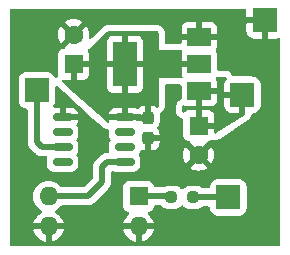
<source format=gbr>
%TF.GenerationSoftware,KiCad,Pcbnew,(6.0.10)*%
%TF.CreationDate,2023-01-20T09:05:44-05:00*%
%TF.ProjectId,soft_pump_start,736f6674-5f70-4756-9d70-5f7374617274,rev?*%
%TF.SameCoordinates,PX8722ba0PY337f980*%
%TF.FileFunction,Copper,L2,Bot*%
%TF.FilePolarity,Positive*%
%FSLAX46Y46*%
G04 Gerber Fmt 4.6, Leading zero omitted, Abs format (unit mm)*
G04 Created by KiCad (PCBNEW (6.0.10)) date 2023-01-20 09:05:44*
%MOMM*%
%LPD*%
G01*
G04 APERTURE LIST*
G04 Aperture macros list*
%AMRoundRect*
0 Rectangle with rounded corners*
0 $1 Rounding radius*
0 $2 $3 $4 $5 $6 $7 $8 $9 X,Y pos of 4 corners*
0 Add a 4 corners polygon primitive as box body*
4,1,4,$2,$3,$4,$5,$6,$7,$8,$9,$2,$3,0*
0 Add four circle primitives for the rounded corners*
1,1,$1+$1,$2,$3*
1,1,$1+$1,$4,$5*
1,1,$1+$1,$6,$7*
1,1,$1+$1,$8,$9*
0 Add four rect primitives between the rounded corners*
20,1,$1+$1,$2,$3,$4,$5,0*
20,1,$1+$1,$4,$5,$6,$7,0*
20,1,$1+$1,$6,$7,$8,$9,0*
20,1,$1+$1,$8,$9,$2,$3,0*%
G04 Aperture macros list end*
%TA.AperFunction,SMDPad,CuDef*%
%ADD10RoundRect,0.150000X0.675000X0.150000X-0.675000X0.150000X-0.675000X-0.150000X0.675000X-0.150000X0*%
%TD*%
%TA.AperFunction,ComponentPad*%
%ADD11R,1.600000X1.600000*%
%TD*%
%TA.AperFunction,ComponentPad*%
%ADD12O,1.600000X1.600000*%
%TD*%
%TA.AperFunction,SMDPad,CuDef*%
%ADD13R,2.000000X1.500000*%
%TD*%
%TA.AperFunction,SMDPad,CuDef*%
%ADD14R,2.000000X3.800000*%
%TD*%
%TA.AperFunction,SMDPad,CuDef*%
%ADD15RoundRect,0.237500X0.250000X0.237500X-0.250000X0.237500X-0.250000X-0.237500X0.250000X-0.237500X0*%
%TD*%
%TA.AperFunction,ComponentPad*%
%ADD16RoundRect,0.250001X-0.799999X-0.799999X0.799999X-0.799999X0.799999X0.799999X-0.799999X0.799999X0*%
%TD*%
%TA.AperFunction,SMDPad,CuDef*%
%ADD17RoundRect,0.237500X-0.237500X0.300000X-0.237500X-0.300000X0.237500X-0.300000X0.237500X0.300000X0*%
%TD*%
%TA.AperFunction,ComponentPad*%
%ADD18C,1.600000*%
%TD*%
%TA.AperFunction,Conductor*%
%ADD19C,0.500000*%
%TD*%
G04 APERTURE END LIST*
D10*
%TO.P,U3,1,VDD*%
%TO.N,+5V*%
X11225000Y-10695000D03*
%TO.P,U3,2,PA7*%
%TO.N,unconnected-(U3-Pad2)*%
X11225000Y-11965000D03*
%TO.P,U3,3,PA6*%
%TO.N,unconnected-(U3-Pad3)*%
X11225000Y-13235000D03*
%TO.P,U3,4,PA5*%
%TO.N,/INPUT*%
X11225000Y-14505000D03*
%TO.P,U3,5,PA3*%
%TO.N,unconnected-(U3-Pad5)*%
X5975000Y-14505000D03*
%TO.P,U3,6,PA4*%
%TO.N,/PWM_OUT*%
X5975000Y-13235000D03*
%TO.P,U3,7,PA0*%
%TO.N,unconnected-(U3-Pad7)*%
X5975000Y-11965000D03*
%TO.P,U3,8,GND*%
%TO.N,GND*%
X5975000Y-10695000D03*
%TD*%
D11*
%TO.P,U2,1*%
%TO.N,Net-(R1-Pad2)*%
X12400000Y-17400000D03*
D12*
%TO.P,U2,2*%
%TO.N,GND*%
X12400000Y-19940000D03*
%TO.P,U2,3*%
X4780000Y-19940000D03*
%TO.P,U2,4*%
%TO.N,/INPUT*%
X4780000Y-17400000D03*
%TD*%
D13*
%TO.P,U1,1,GND*%
%TO.N,GND*%
X17550000Y-3900000D03*
D14*
%TO.P,U1,2,VO*%
%TO.N,+5V*%
X11250000Y-6200000D03*
D13*
X17550000Y-6200000D03*
%TO.P,U1,3,VI*%
%TO.N,+12V*%
X17550000Y-8500000D03*
%TD*%
D15*
%TO.P,R1,1*%
%TO.N,Net-(J3-Pad1)*%
X17012500Y-17475000D03*
%TO.P,R1,2*%
%TO.N,Net-(R1-Pad2)*%
X15187500Y-17475000D03*
%TD*%
D16*
%TO.P,J4,1,Pin_1*%
%TO.N,/PWM_OUT*%
X3800000Y-8400000D03*
%TD*%
%TO.P,J3,1,Pin_1*%
%TO.N,Net-(J3-Pad1)*%
X20000000Y-17475000D03*
%TD*%
%TO.P,J2,1,Pin_1*%
%TO.N,GND*%
X23100000Y-2500000D03*
%TD*%
%TO.P,J1,1,Pin_1*%
%TO.N,+12V*%
X21200000Y-8800000D03*
%TD*%
D17*
%TO.P,C3,1*%
%TO.N,+5V*%
X13200000Y-10737500D03*
%TO.P,C3,2*%
%TO.N,GND*%
X13200000Y-12462500D03*
%TD*%
D11*
%TO.P,C2,1*%
%TO.N,+5V*%
X6900000Y-6200000D03*
D18*
%TO.P,C2,2*%
%TO.N,GND*%
X6900000Y-3700000D03*
%TD*%
D11*
%TO.P,C1,1*%
%TO.N,+12V*%
X17500000Y-11394887D03*
D18*
%TO.P,C1,2*%
%TO.N,GND*%
X17500000Y-13894887D03*
%TD*%
D19*
%TO.N,/PWM_OUT*%
X4235000Y-13235000D02*
X3800000Y-12800000D01*
X5975000Y-13235000D02*
X4235000Y-13235000D01*
X3800000Y-12800000D02*
X3800000Y-8400000D01*
%TO.N,/INPUT*%
X4780000Y-17400000D02*
X8100000Y-17400000D01*
X8100000Y-17400000D02*
X9300000Y-16200000D01*
X9300000Y-16200000D02*
X9300000Y-14900000D01*
X9300000Y-14900000D02*
X9695000Y-14505000D01*
X9695000Y-14505000D02*
X11225000Y-14505000D01*
%TO.N,Net-(J3-Pad1)*%
X17012500Y-17475000D02*
X20000000Y-17475000D01*
%TO.N,Net-(R1-Pad2)*%
X12400000Y-17400000D02*
X15112500Y-17400000D01*
X15112500Y-17400000D02*
X15187500Y-17475000D01*
%TD*%
%TA.AperFunction,Conductor*%
%TO.N,GND*%
G36*
X21485012Y-1528502D02*
G01*
X21531505Y-1582158D01*
X21541552Y-1643176D01*
X21542492Y-1643224D01*
X21542000Y-1652856D01*
X21542000Y-2227885D01*
X21546475Y-2243124D01*
X21547865Y-2244329D01*
X21555548Y-2246000D01*
X23228000Y-2246000D01*
X23296121Y-2266002D01*
X23342614Y-2319658D01*
X23354000Y-2372000D01*
X23354000Y-4039885D01*
X23358475Y-4055124D01*
X23359865Y-4056329D01*
X23367548Y-4058000D01*
X23947096Y-4058000D01*
X23953611Y-4057663D01*
X24049203Y-4047744D01*
X24062602Y-4044850D01*
X24223731Y-3991094D01*
X24224601Y-3993703D01*
X24282210Y-3984844D01*
X24347076Y-4013703D01*
X24386043Y-4073051D01*
X24391500Y-4109731D01*
X24391500Y-21465500D01*
X24371498Y-21533621D01*
X24317842Y-21580114D01*
X24265500Y-21591500D01*
X1634500Y-21591500D01*
X1566379Y-21571498D01*
X1519886Y-21517842D01*
X1508500Y-21465500D01*
X1508500Y-20206522D01*
X3497273Y-20206522D01*
X3544764Y-20383761D01*
X3548510Y-20394053D01*
X3640586Y-20591511D01*
X3646069Y-20601007D01*
X3771028Y-20779467D01*
X3778084Y-20787875D01*
X3932125Y-20941916D01*
X3940533Y-20948972D01*
X4118993Y-21073931D01*
X4128489Y-21079414D01*
X4325947Y-21171490D01*
X4336239Y-21175236D01*
X4508503Y-21221394D01*
X4522599Y-21221058D01*
X4526000Y-21213116D01*
X4526000Y-21207967D01*
X5034000Y-21207967D01*
X5037973Y-21221498D01*
X5046522Y-21222727D01*
X5223761Y-21175236D01*
X5234053Y-21171490D01*
X5431511Y-21079414D01*
X5441007Y-21073931D01*
X5619467Y-20948972D01*
X5627875Y-20941916D01*
X5781916Y-20787875D01*
X5788972Y-20779467D01*
X5913931Y-20601007D01*
X5919414Y-20591511D01*
X6011490Y-20394053D01*
X6015236Y-20383761D01*
X6061394Y-20211497D01*
X6061275Y-20206522D01*
X11117273Y-20206522D01*
X11164764Y-20383761D01*
X11168510Y-20394053D01*
X11260586Y-20591511D01*
X11266069Y-20601007D01*
X11391028Y-20779467D01*
X11398084Y-20787875D01*
X11552125Y-20941916D01*
X11560533Y-20948972D01*
X11738993Y-21073931D01*
X11748489Y-21079414D01*
X11945947Y-21171490D01*
X11956239Y-21175236D01*
X12128503Y-21221394D01*
X12142599Y-21221058D01*
X12146000Y-21213116D01*
X12146000Y-21207967D01*
X12654000Y-21207967D01*
X12657973Y-21221498D01*
X12666522Y-21222727D01*
X12843761Y-21175236D01*
X12854053Y-21171490D01*
X13051511Y-21079414D01*
X13061007Y-21073931D01*
X13239467Y-20948972D01*
X13247875Y-20941916D01*
X13401916Y-20787875D01*
X13408972Y-20779467D01*
X13533931Y-20601007D01*
X13539414Y-20591511D01*
X13631490Y-20394053D01*
X13635236Y-20383761D01*
X13681394Y-20211497D01*
X13681058Y-20197401D01*
X13673116Y-20194000D01*
X12672115Y-20194000D01*
X12656876Y-20198475D01*
X12655671Y-20199865D01*
X12654000Y-20207548D01*
X12654000Y-21207967D01*
X12146000Y-21207967D01*
X12146000Y-20212115D01*
X12141525Y-20196876D01*
X12140135Y-20195671D01*
X12132452Y-20194000D01*
X11132033Y-20194000D01*
X11118502Y-20197973D01*
X11117273Y-20206522D01*
X6061275Y-20206522D01*
X6061058Y-20197401D01*
X6053116Y-20194000D01*
X5052115Y-20194000D01*
X5036876Y-20198475D01*
X5035671Y-20199865D01*
X5034000Y-20207548D01*
X5034000Y-21207967D01*
X4526000Y-21207967D01*
X4526000Y-20212115D01*
X4521525Y-20196876D01*
X4520135Y-20195671D01*
X4512452Y-20194000D01*
X3512033Y-20194000D01*
X3498502Y-20197973D01*
X3497273Y-20206522D01*
X1508500Y-20206522D01*
X1508500Y-9250400D01*
X2241500Y-9250400D01*
X2241837Y-9253646D01*
X2241837Y-9253650D01*
X2246623Y-9299771D01*
X2252474Y-9356165D01*
X2308450Y-9523945D01*
X2401522Y-9674348D01*
X2526697Y-9799305D01*
X2532927Y-9803145D01*
X2532928Y-9803146D01*
X2668966Y-9887001D01*
X2677262Y-9892115D01*
X2702687Y-9900548D01*
X2838611Y-9945632D01*
X2838613Y-9945632D01*
X2845139Y-9947797D01*
X2851975Y-9948497D01*
X2851978Y-9948498D01*
X2928343Y-9956322D01*
X2994070Y-9983163D01*
X3034852Y-10041278D01*
X3041500Y-10081666D01*
X3041500Y-12732930D01*
X3040067Y-12751880D01*
X3036801Y-12773349D01*
X3037394Y-12780641D01*
X3037394Y-12780644D01*
X3041085Y-12826018D01*
X3041500Y-12836233D01*
X3041500Y-12844293D01*
X3041925Y-12847937D01*
X3044789Y-12872507D01*
X3045222Y-12876882D01*
X3048830Y-12921234D01*
X3051140Y-12949637D01*
X3053396Y-12956601D01*
X3054587Y-12962560D01*
X3055971Y-12968415D01*
X3056818Y-12975681D01*
X3081735Y-13044327D01*
X3083152Y-13048455D01*
X3095295Y-13085937D01*
X3105649Y-13117899D01*
X3109445Y-13124154D01*
X3111951Y-13129628D01*
X3114670Y-13135058D01*
X3117167Y-13141937D01*
X3121180Y-13148057D01*
X3121180Y-13148058D01*
X3157186Y-13202976D01*
X3159523Y-13206680D01*
X3197405Y-13269107D01*
X3201121Y-13273315D01*
X3201122Y-13273316D01*
X3204803Y-13277484D01*
X3204776Y-13277508D01*
X3207429Y-13280500D01*
X3210132Y-13283733D01*
X3214144Y-13289852D01*
X3219456Y-13294884D01*
X3270383Y-13343128D01*
X3272825Y-13345506D01*
X3651230Y-13723911D01*
X3663616Y-13738323D01*
X3672149Y-13749918D01*
X3672154Y-13749923D01*
X3676492Y-13755818D01*
X3682070Y-13760557D01*
X3682073Y-13760560D01*
X3716768Y-13790035D01*
X3724284Y-13796965D01*
X3729979Y-13802660D01*
X3732861Y-13804940D01*
X3752251Y-13820281D01*
X3755655Y-13823072D01*
X3804452Y-13864528D01*
X3811285Y-13870333D01*
X3817801Y-13873661D01*
X3822850Y-13877028D01*
X3827979Y-13880195D01*
X3833716Y-13884734D01*
X3899875Y-13915655D01*
X3903769Y-13917558D01*
X3968808Y-13950769D01*
X3975916Y-13952508D01*
X3981559Y-13954607D01*
X3987322Y-13956524D01*
X3993950Y-13959622D01*
X4001112Y-13961112D01*
X4001113Y-13961112D01*
X4065412Y-13974486D01*
X4069696Y-13975456D01*
X4140610Y-13992808D01*
X4146212Y-13993156D01*
X4146215Y-13993156D01*
X4151764Y-13993500D01*
X4151762Y-13993536D01*
X4155755Y-13993775D01*
X4159947Y-13994149D01*
X4167115Y-13995640D01*
X4244520Y-13993546D01*
X4247928Y-13993500D01*
X4551481Y-13993500D01*
X4619602Y-14013502D01*
X4666095Y-14067158D01*
X4676199Y-14137432D01*
X4672478Y-14154652D01*
X4646233Y-14244989D01*
X4646232Y-14244993D01*
X4644438Y-14251169D01*
X4643934Y-14257574D01*
X4643933Y-14257579D01*
X4643199Y-14266909D01*
X4641500Y-14288498D01*
X4641500Y-14721502D01*
X4641693Y-14723950D01*
X4641693Y-14723958D01*
X4642539Y-14734701D01*
X4644438Y-14758831D01*
X4690855Y-14918601D01*
X4694892Y-14925427D01*
X4771509Y-15054980D01*
X4771511Y-15054983D01*
X4775547Y-15061807D01*
X4893193Y-15179453D01*
X4900017Y-15183489D01*
X4900020Y-15183491D01*
X4940455Y-15207404D01*
X5036399Y-15264145D01*
X5044010Y-15266356D01*
X5044012Y-15266357D01*
X5051399Y-15268503D01*
X5196169Y-15310562D01*
X5202574Y-15311066D01*
X5202579Y-15311067D01*
X5231042Y-15313307D01*
X5231050Y-15313307D01*
X5233498Y-15313500D01*
X6716502Y-15313500D01*
X6718950Y-15313307D01*
X6718958Y-15313307D01*
X6747421Y-15311067D01*
X6747426Y-15311066D01*
X6753831Y-15310562D01*
X6898601Y-15268503D01*
X6905988Y-15266357D01*
X6905990Y-15266356D01*
X6913601Y-15264145D01*
X7009545Y-15207404D01*
X7049980Y-15183491D01*
X7049983Y-15183489D01*
X7056807Y-15179453D01*
X7174453Y-15061807D01*
X7178489Y-15054983D01*
X7178491Y-15054980D01*
X7255108Y-14925427D01*
X7259145Y-14918601D01*
X7305562Y-14758831D01*
X7307462Y-14734701D01*
X7308307Y-14723958D01*
X7308307Y-14723950D01*
X7308500Y-14721502D01*
X7308500Y-14288498D01*
X7306801Y-14266909D01*
X7306067Y-14257579D01*
X7306066Y-14257574D01*
X7305562Y-14251169D01*
X7259145Y-14091399D01*
X7174453Y-13948193D01*
X7171771Y-13945511D01*
X7146498Y-13881139D01*
X7160400Y-13811516D01*
X7170572Y-13795688D01*
X7174453Y-13791807D01*
X7259145Y-13648601D01*
X7261358Y-13640986D01*
X7276528Y-13588769D01*
X7305562Y-13488831D01*
X7308165Y-13455767D01*
X7308307Y-13453958D01*
X7308307Y-13453950D01*
X7308500Y-13451502D01*
X7308500Y-13018498D01*
X7305562Y-12981169D01*
X7259145Y-12821399D01*
X7174453Y-12678193D01*
X7171771Y-12675511D01*
X7146498Y-12611139D01*
X7160400Y-12541516D01*
X7170572Y-12525688D01*
X7174453Y-12521807D01*
X7259145Y-12378601D01*
X7305562Y-12218831D01*
X7306376Y-12208500D01*
X7308307Y-12183958D01*
X7308307Y-12183950D01*
X7308500Y-12181502D01*
X7308500Y-11748498D01*
X7308307Y-11746042D01*
X7306067Y-11717579D01*
X7306066Y-11717574D01*
X7305562Y-11711169D01*
X7274739Y-11605075D01*
X7261357Y-11559012D01*
X7261356Y-11559010D01*
X7259145Y-11551399D01*
X7174453Y-11408193D01*
X7171513Y-11405253D01*
X7146180Y-11340734D01*
X7160079Y-11271111D01*
X7172126Y-11252364D01*
X7178090Y-11244676D01*
X7254648Y-11115221D01*
X7260893Y-11100790D01*
X7299939Y-10966395D01*
X7299899Y-10952294D01*
X7292630Y-10949000D01*
X5847000Y-10949000D01*
X5778879Y-10928998D01*
X5732386Y-10875342D01*
X5721000Y-10823000D01*
X5721000Y-10422885D01*
X6229000Y-10422885D01*
X6233475Y-10438124D01*
X6234865Y-10439329D01*
X6242548Y-10441000D01*
X7286878Y-10441000D01*
X7300409Y-10437027D01*
X7301544Y-10429129D01*
X7260893Y-10289210D01*
X7254648Y-10274779D01*
X7178089Y-10145322D01*
X7168449Y-10132896D01*
X7062104Y-10026551D01*
X7049678Y-10016911D01*
X6920221Y-9940352D01*
X6905790Y-9934107D01*
X6759935Y-9891731D01*
X6747333Y-9889430D01*
X6718916Y-9887193D01*
X6713986Y-9887000D01*
X6247115Y-9887000D01*
X6231876Y-9891475D01*
X6230671Y-9892865D01*
X6229000Y-9900548D01*
X6229000Y-10422885D01*
X5721000Y-10422885D01*
X5721000Y-9905116D01*
X5716525Y-9889877D01*
X5715135Y-9888672D01*
X5707452Y-9887001D01*
X5289520Y-9887001D01*
X5221399Y-9866999D01*
X5174906Y-9813343D01*
X5164802Y-9743069D01*
X5190639Y-9682907D01*
X5194129Y-9678488D01*
X5199305Y-9673303D01*
X5292115Y-9522738D01*
X5347797Y-9354861D01*
X5348980Y-9343320D01*
X5358172Y-9253598D01*
X5358500Y-9250400D01*
X5358500Y-8158439D01*
X5378502Y-8090318D01*
X5432158Y-8043825D01*
X5502432Y-8033721D01*
X5567012Y-8063215D01*
X5581467Y-8077982D01*
X5595171Y-8094500D01*
X5605608Y-8107080D01*
X6068015Y-8525448D01*
X8586839Y-10804384D01*
X9357549Y-11501693D01*
X9359428Y-11503149D01*
X9359437Y-11503157D01*
X9391153Y-11527740D01*
X9419226Y-11549500D01*
X9451093Y-11570530D01*
X9453188Y-11571694D01*
X9453189Y-11571695D01*
X9513246Y-11605075D01*
X9513249Y-11605076D01*
X9519285Y-11608431D01*
X9659404Y-11650007D01*
X9663845Y-11650658D01*
X9663852Y-11650660D01*
X9715749Y-11658272D01*
X9729649Y-11660311D01*
X9734149Y-11660324D01*
X9734152Y-11660324D01*
X9758109Y-11660392D01*
X9765858Y-11660414D01*
X9833922Y-11680609D01*
X9880262Y-11734397D01*
X9891500Y-11786413D01*
X9891500Y-12181502D01*
X9891693Y-12183950D01*
X9891693Y-12183958D01*
X9893625Y-12208500D01*
X9894438Y-12218831D01*
X9940855Y-12378601D01*
X10025547Y-12521807D01*
X10028229Y-12524489D01*
X10053502Y-12588861D01*
X10039600Y-12658484D01*
X10029428Y-12674312D01*
X10025547Y-12678193D01*
X9940855Y-12821399D01*
X9894438Y-12981169D01*
X9891500Y-13018498D01*
X9891500Y-13451502D01*
X9891693Y-13453950D01*
X9891693Y-13453958D01*
X9891836Y-13455767D01*
X9894438Y-13488831D01*
X9896232Y-13495007D01*
X9896233Y-13495011D01*
X9922478Y-13585348D01*
X9922275Y-13656344D01*
X9883721Y-13715960D01*
X9819056Y-13745268D01*
X9801481Y-13746500D01*
X9762063Y-13746500D01*
X9743114Y-13745067D01*
X9742907Y-13745036D01*
X9721651Y-13741802D01*
X9714359Y-13742395D01*
X9714356Y-13742395D01*
X9668991Y-13746085D01*
X9658777Y-13746500D01*
X9650707Y-13746500D01*
X9647087Y-13746922D01*
X9647069Y-13746923D01*
X9622461Y-13749792D01*
X9618100Y-13750224D01*
X9592981Y-13752267D01*
X9552661Y-13755546D01*
X9552658Y-13755547D01*
X9545363Y-13756140D01*
X9538399Y-13758396D01*
X9532440Y-13759587D01*
X9526585Y-13760971D01*
X9519319Y-13761818D01*
X9450673Y-13786735D01*
X9446545Y-13788152D01*
X9384064Y-13808393D01*
X9384062Y-13808394D01*
X9377101Y-13810649D01*
X9370846Y-13814445D01*
X9365372Y-13816951D01*
X9359942Y-13819670D01*
X9353063Y-13822167D01*
X9292016Y-13862191D01*
X9288327Y-13864518D01*
X9286560Y-13865591D01*
X9230693Y-13899491D01*
X9230688Y-13899495D01*
X9225892Y-13902405D01*
X9217516Y-13909803D01*
X9217493Y-13909777D01*
X9214503Y-13912426D01*
X9211264Y-13915134D01*
X9205148Y-13919144D01*
X9200121Y-13924451D01*
X9200117Y-13924454D01*
X9151872Y-13975383D01*
X9149494Y-13977825D01*
X8811089Y-14316230D01*
X8796677Y-14328616D01*
X8785082Y-14337149D01*
X8785077Y-14337154D01*
X8779182Y-14341492D01*
X8774443Y-14347070D01*
X8774440Y-14347073D01*
X8744965Y-14381768D01*
X8738035Y-14389284D01*
X8732340Y-14394979D01*
X8730060Y-14397861D01*
X8714719Y-14417251D01*
X8711928Y-14420655D01*
X8669409Y-14470703D01*
X8664667Y-14476285D01*
X8661339Y-14482801D01*
X8657972Y-14487850D01*
X8654805Y-14492979D01*
X8650266Y-14498716D01*
X8619345Y-14564875D01*
X8617442Y-14568769D01*
X8584231Y-14633808D01*
X8582492Y-14640916D01*
X8580393Y-14646559D01*
X8578476Y-14652322D01*
X8575378Y-14658950D01*
X8573888Y-14666112D01*
X8573888Y-14666113D01*
X8560514Y-14730412D01*
X8559544Y-14734696D01*
X8542192Y-14805610D01*
X8541500Y-14816764D01*
X8541464Y-14816762D01*
X8541225Y-14820755D01*
X8540851Y-14824947D01*
X8539360Y-14832115D01*
X8539558Y-14839432D01*
X8541454Y-14909521D01*
X8541500Y-14912928D01*
X8541500Y-15833629D01*
X8521498Y-15901750D01*
X8504595Y-15922724D01*
X7822724Y-16604595D01*
X7760412Y-16638621D01*
X7733629Y-16641500D01*
X5911867Y-16641500D01*
X5843746Y-16621498D01*
X5808655Y-16587772D01*
X5786198Y-16555700D01*
X5624300Y-16393802D01*
X5619792Y-16390645D01*
X5619789Y-16390643D01*
X5482325Y-16294390D01*
X5436749Y-16262477D01*
X5431767Y-16260154D01*
X5431762Y-16260151D01*
X5234225Y-16168039D01*
X5234224Y-16168039D01*
X5229243Y-16165716D01*
X5223935Y-16164294D01*
X5223933Y-16164293D01*
X5013402Y-16107881D01*
X5013400Y-16107881D01*
X5008087Y-16106457D01*
X4780000Y-16086502D01*
X4551913Y-16106457D01*
X4546600Y-16107881D01*
X4546598Y-16107881D01*
X4336067Y-16164293D01*
X4336065Y-16164294D01*
X4330757Y-16165716D01*
X4325776Y-16168039D01*
X4325775Y-16168039D01*
X4128238Y-16260151D01*
X4128233Y-16260154D01*
X4123251Y-16262477D01*
X4077675Y-16294390D01*
X3940211Y-16390643D01*
X3940208Y-16390645D01*
X3935700Y-16393802D01*
X3773802Y-16555700D01*
X3770645Y-16560208D01*
X3770643Y-16560211D01*
X3723271Y-16627866D01*
X3642477Y-16743251D01*
X3640154Y-16748233D01*
X3640151Y-16748238D01*
X3573836Y-16890452D01*
X3545716Y-16950757D01*
X3486457Y-17171913D01*
X3466502Y-17400000D01*
X3486457Y-17628087D01*
X3545716Y-17849243D01*
X3548039Y-17854224D01*
X3548039Y-17854225D01*
X3640151Y-18051762D01*
X3640154Y-18051767D01*
X3642477Y-18056749D01*
X3711421Y-18155211D01*
X3766240Y-18233500D01*
X3773802Y-18244300D01*
X3935700Y-18406198D01*
X3940208Y-18409355D01*
X3940211Y-18409357D01*
X3981542Y-18438297D01*
X4123251Y-18537523D01*
X4128233Y-18539846D01*
X4128238Y-18539849D01*
X4163049Y-18556081D01*
X4216334Y-18602998D01*
X4235795Y-18671275D01*
X4215253Y-18739235D01*
X4163049Y-18784471D01*
X4128489Y-18800586D01*
X4118993Y-18806069D01*
X3940533Y-18931028D01*
X3932125Y-18938084D01*
X3778084Y-19092125D01*
X3771028Y-19100533D01*
X3646069Y-19278993D01*
X3640586Y-19288489D01*
X3548510Y-19485947D01*
X3544764Y-19496239D01*
X3498606Y-19668503D01*
X3498942Y-19682599D01*
X3506884Y-19686000D01*
X6047967Y-19686000D01*
X6061498Y-19682027D01*
X6062727Y-19673478D01*
X6015236Y-19496239D01*
X6011490Y-19485947D01*
X5919414Y-19288489D01*
X5913931Y-19278993D01*
X5788972Y-19100533D01*
X5781916Y-19092125D01*
X5627875Y-18938084D01*
X5619467Y-18931028D01*
X5441007Y-18806069D01*
X5431511Y-18800586D01*
X5396951Y-18784471D01*
X5343666Y-18737554D01*
X5324205Y-18669277D01*
X5344747Y-18601317D01*
X5396951Y-18556081D01*
X5431762Y-18539849D01*
X5431767Y-18539846D01*
X5436749Y-18537523D01*
X5578458Y-18438297D01*
X5619789Y-18409357D01*
X5619792Y-18409355D01*
X5624300Y-18406198D01*
X5782364Y-18248134D01*
X11091500Y-18248134D01*
X11098255Y-18310316D01*
X11149385Y-18446705D01*
X11236739Y-18563261D01*
X11353295Y-18650615D01*
X11489684Y-18701745D01*
X11501229Y-18702999D01*
X11503910Y-18704113D01*
X11505222Y-18704425D01*
X11505172Y-18704637D01*
X11566790Y-18730238D01*
X11607218Y-18788599D01*
X11609677Y-18859553D01*
X11573384Y-18920572D01*
X11562775Y-18929147D01*
X11552125Y-18938084D01*
X11398084Y-19092125D01*
X11391028Y-19100533D01*
X11266069Y-19278993D01*
X11260586Y-19288489D01*
X11168510Y-19485947D01*
X11164764Y-19496239D01*
X11118606Y-19668503D01*
X11118942Y-19682599D01*
X11126884Y-19686000D01*
X13667967Y-19686000D01*
X13681498Y-19682027D01*
X13682727Y-19673478D01*
X13635236Y-19496239D01*
X13631490Y-19485947D01*
X13539414Y-19288489D01*
X13533931Y-19278993D01*
X13408972Y-19100533D01*
X13401916Y-19092125D01*
X13247875Y-18938084D01*
X13235254Y-18927493D01*
X13236108Y-18926475D01*
X13195776Y-18876016D01*
X13188468Y-18805397D01*
X13220500Y-18742037D01*
X13281702Y-18706053D01*
X13298762Y-18703000D01*
X13310316Y-18701745D01*
X13446705Y-18650615D01*
X13563261Y-18563261D01*
X13650615Y-18446705D01*
X13701745Y-18310316D01*
X13706028Y-18270892D01*
X13733270Y-18205330D01*
X13791634Y-18164904D01*
X13831291Y-18158500D01*
X14276191Y-18158500D01*
X14344312Y-18178502D01*
X14365206Y-18195325D01*
X14471997Y-18301929D01*
X14478227Y-18305769D01*
X14478228Y-18305770D01*
X14544298Y-18346496D01*
X14620080Y-18393209D01*
X14785191Y-18447974D01*
X14792027Y-18448674D01*
X14792030Y-18448675D01*
X14842943Y-18453891D01*
X14887928Y-18458500D01*
X15487072Y-18458500D01*
X15490318Y-18458163D01*
X15490322Y-18458163D01*
X15584235Y-18448419D01*
X15584239Y-18448418D01*
X15591093Y-18447707D01*
X15597629Y-18445526D01*
X15597631Y-18445526D01*
X15730395Y-18401232D01*
X15756107Y-18392654D01*
X15904031Y-18301116D01*
X15951562Y-18253502D01*
X16010747Y-18194214D01*
X16073030Y-18160135D01*
X16143850Y-18165138D01*
X16188937Y-18194059D01*
X16291812Y-18296754D01*
X16291817Y-18296758D01*
X16296997Y-18301929D01*
X16303227Y-18305769D01*
X16303228Y-18305770D01*
X16369298Y-18346496D01*
X16445080Y-18393209D01*
X16610191Y-18447974D01*
X16617027Y-18448674D01*
X16617030Y-18448675D01*
X16667943Y-18453891D01*
X16712928Y-18458500D01*
X17312072Y-18458500D01*
X17315318Y-18458163D01*
X17315322Y-18458163D01*
X17409235Y-18448419D01*
X17409239Y-18448418D01*
X17416093Y-18447707D01*
X17422629Y-18445526D01*
X17422631Y-18445526D01*
X17555395Y-18401232D01*
X17581107Y-18392654D01*
X17729031Y-18301116D01*
X17734204Y-18295934D01*
X17759612Y-18270482D01*
X17821895Y-18236403D01*
X17848785Y-18233500D01*
X18318362Y-18233500D01*
X18386483Y-18253502D01*
X18432976Y-18307158D01*
X18443689Y-18346496D01*
X18448719Y-18394972D01*
X18452474Y-18431165D01*
X18454655Y-18437701D01*
X18454655Y-18437703D01*
X18486905Y-18534366D01*
X18508450Y-18598945D01*
X18601522Y-18749348D01*
X18726697Y-18874305D01*
X18732927Y-18878145D01*
X18732928Y-18878146D01*
X18870090Y-18962694D01*
X18877262Y-18967115D01*
X18957005Y-18993564D01*
X19038611Y-19020632D01*
X19038613Y-19020632D01*
X19045139Y-19022797D01*
X19051975Y-19023497D01*
X19051978Y-19023498D01*
X19095031Y-19027909D01*
X19149600Y-19033500D01*
X20850400Y-19033500D01*
X20853646Y-19033163D01*
X20853650Y-19033163D01*
X20949307Y-19023238D01*
X20949311Y-19023237D01*
X20956165Y-19022526D01*
X20962701Y-19020345D01*
X20962703Y-19020345D01*
X21094805Y-18976272D01*
X21123945Y-18966550D01*
X21274348Y-18873478D01*
X21399305Y-18748303D01*
X21403146Y-18742072D01*
X21488275Y-18603968D01*
X21488276Y-18603966D01*
X21492115Y-18597738D01*
X21542210Y-18446705D01*
X21545632Y-18436389D01*
X21545632Y-18436387D01*
X21547797Y-18429861D01*
X21550222Y-18406198D01*
X21552909Y-18379969D01*
X21558500Y-18325400D01*
X21558500Y-16624600D01*
X21557171Y-16611789D01*
X21548238Y-16525693D01*
X21548237Y-16525689D01*
X21547526Y-16518835D01*
X21542641Y-16504191D01*
X21493868Y-16358003D01*
X21491550Y-16351055D01*
X21398478Y-16200652D01*
X21273303Y-16075695D01*
X21267072Y-16071854D01*
X21128968Y-15986725D01*
X21128966Y-15986724D01*
X21122738Y-15982885D01*
X20962254Y-15929655D01*
X20961389Y-15929368D01*
X20961387Y-15929368D01*
X20954861Y-15927203D01*
X20948025Y-15926503D01*
X20948022Y-15926502D01*
X20904969Y-15922091D01*
X20850400Y-15916500D01*
X19149600Y-15916500D01*
X19146354Y-15916837D01*
X19146350Y-15916837D01*
X19050693Y-15926762D01*
X19050689Y-15926763D01*
X19043835Y-15927474D01*
X19037299Y-15929655D01*
X19037297Y-15929655D01*
X18905195Y-15973728D01*
X18876055Y-15983450D01*
X18725652Y-16076522D01*
X18600695Y-16201697D01*
X18596855Y-16207927D01*
X18596854Y-16207928D01*
X18552894Y-16279245D01*
X18507885Y-16352262D01*
X18505581Y-16359209D01*
X18457493Y-16504191D01*
X18452203Y-16520139D01*
X18451503Y-16526975D01*
X18451502Y-16526978D01*
X18443678Y-16603343D01*
X18416837Y-16669070D01*
X18358722Y-16709852D01*
X18318334Y-16716500D01*
X17848677Y-16716500D01*
X17780556Y-16696498D01*
X17759666Y-16679679D01*
X17728003Y-16648071D01*
X17579920Y-16556791D01*
X17414809Y-16502026D01*
X17407973Y-16501326D01*
X17407970Y-16501325D01*
X17356474Y-16496049D01*
X17312072Y-16491500D01*
X16712928Y-16491500D01*
X16709682Y-16491837D01*
X16709678Y-16491837D01*
X16615765Y-16501581D01*
X16615761Y-16501582D01*
X16608907Y-16502293D01*
X16602371Y-16504474D01*
X16602369Y-16504474D01*
X16470501Y-16548469D01*
X16443893Y-16557346D01*
X16295969Y-16648884D01*
X16290796Y-16654066D01*
X16189253Y-16755786D01*
X16126970Y-16789865D01*
X16056150Y-16784862D01*
X16011063Y-16755941D01*
X15908188Y-16653246D01*
X15908183Y-16653242D01*
X15903003Y-16648071D01*
X15892343Y-16641500D01*
X15761150Y-16560631D01*
X15761148Y-16560630D01*
X15754920Y-16556791D01*
X15589809Y-16502026D01*
X15582973Y-16501326D01*
X15582970Y-16501325D01*
X15531474Y-16496049D01*
X15487072Y-16491500D01*
X14887928Y-16491500D01*
X14884682Y-16491837D01*
X14884678Y-16491837D01*
X14790765Y-16501581D01*
X14790761Y-16501582D01*
X14783907Y-16502293D01*
X14777371Y-16504474D01*
X14777369Y-16504474D01*
X14730416Y-16520139D01*
X14618893Y-16557346D01*
X14612673Y-16561195D01*
X14513370Y-16622645D01*
X14447067Y-16641500D01*
X13831291Y-16641500D01*
X13763170Y-16621498D01*
X13716677Y-16567842D01*
X13706028Y-16529108D01*
X13704344Y-16513611D01*
X13701745Y-16489684D01*
X13650615Y-16353295D01*
X13563261Y-16236739D01*
X13446705Y-16149385D01*
X13310316Y-16098255D01*
X13248134Y-16091500D01*
X11551866Y-16091500D01*
X11489684Y-16098255D01*
X11353295Y-16149385D01*
X11236739Y-16236739D01*
X11149385Y-16353295D01*
X11098255Y-16489684D01*
X11091500Y-16551866D01*
X11091500Y-18248134D01*
X5782364Y-18248134D01*
X5786198Y-18244300D01*
X5808655Y-18212229D01*
X5864110Y-18167901D01*
X5911867Y-18158500D01*
X8032930Y-18158500D01*
X8051880Y-18159933D01*
X8066115Y-18162099D01*
X8066119Y-18162099D01*
X8073349Y-18163199D01*
X8080641Y-18162606D01*
X8080644Y-18162606D01*
X8126018Y-18158915D01*
X8136233Y-18158500D01*
X8144293Y-18158500D01*
X8157583Y-18156951D01*
X8172507Y-18155211D01*
X8176882Y-18154778D01*
X8242339Y-18149454D01*
X8242342Y-18149453D01*
X8249637Y-18148860D01*
X8256601Y-18146604D01*
X8262560Y-18145413D01*
X8268415Y-18144029D01*
X8275681Y-18143182D01*
X8344327Y-18118265D01*
X8348455Y-18116848D01*
X8410936Y-18096607D01*
X8410938Y-18096606D01*
X8417899Y-18094351D01*
X8424154Y-18090555D01*
X8429628Y-18088049D01*
X8435058Y-18085330D01*
X8441937Y-18082833D01*
X8474846Y-18061257D01*
X8502976Y-18042814D01*
X8506680Y-18040477D01*
X8569107Y-18002595D01*
X8577484Y-17995197D01*
X8577508Y-17995224D01*
X8580500Y-17992571D01*
X8583733Y-17989868D01*
X8589852Y-17985856D01*
X8643128Y-17929617D01*
X8645506Y-17927175D01*
X9788911Y-16783770D01*
X9803323Y-16771384D01*
X9814918Y-16762851D01*
X9814923Y-16762846D01*
X9820818Y-16758508D01*
X9825557Y-16752930D01*
X9825560Y-16752927D01*
X9855035Y-16718232D01*
X9861965Y-16710716D01*
X9867660Y-16705021D01*
X9885281Y-16682749D01*
X9888072Y-16679345D01*
X9930591Y-16629297D01*
X9930592Y-16629295D01*
X9935333Y-16623715D01*
X9938661Y-16617199D01*
X9942028Y-16612150D01*
X9945195Y-16607021D01*
X9949734Y-16601284D01*
X9980655Y-16535125D01*
X9982561Y-16531225D01*
X9996221Y-16504474D01*
X10015769Y-16466192D01*
X10017508Y-16459084D01*
X10019607Y-16453441D01*
X10021524Y-16447678D01*
X10024622Y-16441050D01*
X10039487Y-16369583D01*
X10040457Y-16365299D01*
X10045153Y-16346109D01*
X10057808Y-16294390D01*
X10058500Y-16283236D01*
X10058536Y-16283238D01*
X10058775Y-16279245D01*
X10059149Y-16275053D01*
X10060640Y-16267885D01*
X10058546Y-16190479D01*
X10058500Y-16187072D01*
X10058500Y-15389500D01*
X10078502Y-15321379D01*
X10132158Y-15274886D01*
X10184500Y-15263500D01*
X10266246Y-15263500D01*
X10301398Y-15268503D01*
X10439989Y-15308767D01*
X10439993Y-15308768D01*
X10446169Y-15310562D01*
X10452574Y-15311066D01*
X10452579Y-15311067D01*
X10481042Y-15313307D01*
X10481050Y-15313307D01*
X10483498Y-15313500D01*
X11966502Y-15313500D01*
X11968950Y-15313307D01*
X11968958Y-15313307D01*
X11997421Y-15311067D01*
X11997426Y-15311066D01*
X12003831Y-15310562D01*
X12148601Y-15268503D01*
X12155988Y-15266357D01*
X12155990Y-15266356D01*
X12163601Y-15264145D01*
X12259545Y-15207404D01*
X12299980Y-15183491D01*
X12299983Y-15183489D01*
X12306807Y-15179453D01*
X12424453Y-15061807D01*
X12428489Y-15054983D01*
X12428491Y-15054980D01*
X12472273Y-14980949D01*
X16778493Y-14980949D01*
X16787789Y-14992964D01*
X16838994Y-15028818D01*
X16848489Y-15034301D01*
X17045947Y-15126377D01*
X17056239Y-15130123D01*
X17266688Y-15186512D01*
X17277481Y-15188415D01*
X17494525Y-15207404D01*
X17505475Y-15207404D01*
X17722519Y-15188415D01*
X17733312Y-15186512D01*
X17943761Y-15130123D01*
X17954053Y-15126377D01*
X18151511Y-15034301D01*
X18161006Y-15028818D01*
X18213048Y-14992378D01*
X18221424Y-14981899D01*
X18214356Y-14968453D01*
X17512812Y-14266909D01*
X17498868Y-14259295D01*
X17497035Y-14259426D01*
X17490420Y-14263677D01*
X16784923Y-14969174D01*
X16778493Y-14980949D01*
X12472273Y-14980949D01*
X12505108Y-14925427D01*
X12509145Y-14918601D01*
X12555562Y-14758831D01*
X12557462Y-14734701D01*
X12558307Y-14723958D01*
X12558307Y-14723950D01*
X12558500Y-14721502D01*
X12558500Y-14288498D01*
X12556801Y-14266909D01*
X12556067Y-14257579D01*
X12556066Y-14257574D01*
X12555562Y-14251169D01*
X12509145Y-14091399D01*
X12424453Y-13948193D01*
X12421771Y-13945511D01*
X12404045Y-13900362D01*
X16187483Y-13900362D01*
X16206472Y-14117406D01*
X16208375Y-14128199D01*
X16264764Y-14338648D01*
X16268510Y-14348940D01*
X16360586Y-14546398D01*
X16366069Y-14555893D01*
X16402509Y-14607935D01*
X16412988Y-14616311D01*
X16426434Y-14609243D01*
X17127978Y-13907699D01*
X17134356Y-13896019D01*
X17864408Y-13896019D01*
X17864539Y-13897852D01*
X17868790Y-13904467D01*
X18574287Y-14609964D01*
X18586062Y-14616394D01*
X18598077Y-14607098D01*
X18633931Y-14555893D01*
X18639414Y-14546398D01*
X18731490Y-14348940D01*
X18735236Y-14338648D01*
X18791625Y-14128199D01*
X18793528Y-14117406D01*
X18812517Y-13900362D01*
X18812517Y-13889412D01*
X18793528Y-13672368D01*
X18791625Y-13661575D01*
X18735236Y-13451126D01*
X18731490Y-13440834D01*
X18639414Y-13243376D01*
X18633931Y-13233881D01*
X18597491Y-13181839D01*
X18587012Y-13173463D01*
X18573566Y-13180531D01*
X17872022Y-13882075D01*
X17864408Y-13896019D01*
X17134356Y-13896019D01*
X17135592Y-13893755D01*
X17135461Y-13891922D01*
X17131210Y-13885307D01*
X16425713Y-13179810D01*
X16413938Y-13173380D01*
X16401923Y-13182676D01*
X16366069Y-13233881D01*
X16360586Y-13243376D01*
X16268510Y-13440834D01*
X16264764Y-13451126D01*
X16208375Y-13661575D01*
X16206472Y-13672368D01*
X16187483Y-13889412D01*
X16187483Y-13900362D01*
X12404045Y-13900362D01*
X12396498Y-13881139D01*
X12410400Y-13811516D01*
X12420572Y-13795688D01*
X12424453Y-13791807D01*
X12509145Y-13648601D01*
X12511357Y-13640988D01*
X12511358Y-13640986D01*
X12539162Y-13545281D01*
X12577374Y-13485445D01*
X12641871Y-13455767D01*
X12699826Y-13460840D01*
X12803765Y-13495315D01*
X12817132Y-13498181D01*
X12909770Y-13507672D01*
X12916185Y-13508000D01*
X12927885Y-13508000D01*
X12943124Y-13503525D01*
X12944329Y-13502135D01*
X12946000Y-13494452D01*
X12946000Y-13489885D01*
X13454000Y-13489885D01*
X13458475Y-13505124D01*
X13459865Y-13506329D01*
X13467548Y-13508000D01*
X13483766Y-13508000D01*
X13490282Y-13507663D01*
X13584132Y-13497925D01*
X13597528Y-13495032D01*
X13748953Y-13444512D01*
X13762115Y-13438347D01*
X13897492Y-13354574D01*
X13908890Y-13345540D01*
X14021363Y-13232871D01*
X14030375Y-13221460D01*
X14113912Y-13085937D01*
X14120056Y-13072759D01*
X14170315Y-12921234D01*
X14173181Y-12907868D01*
X14182672Y-12815230D01*
X14183000Y-12808815D01*
X14183000Y-12734615D01*
X14178525Y-12719376D01*
X14177135Y-12718171D01*
X14169452Y-12716500D01*
X13472115Y-12716500D01*
X13456876Y-12720975D01*
X13455671Y-12722365D01*
X13454000Y-12730048D01*
X13454000Y-13489885D01*
X12946000Y-13489885D01*
X12946000Y-12334500D01*
X12966002Y-12266379D01*
X13019658Y-12219886D01*
X13072000Y-12208500D01*
X14164885Y-12208500D01*
X14180124Y-12204025D01*
X14181329Y-12202635D01*
X14183000Y-12194952D01*
X14183000Y-12116234D01*
X14182663Y-12109718D01*
X14172925Y-12015868D01*
X14170032Y-12002472D01*
X14119512Y-11851047D01*
X14113347Y-11837885D01*
X14029574Y-11702508D01*
X14020536Y-11691106D01*
X14018861Y-11689433D01*
X14018081Y-11688007D01*
X14015993Y-11685373D01*
X14016444Y-11685016D01*
X13984781Y-11627151D01*
X13989784Y-11556331D01*
X14018701Y-11511246D01*
X14021756Y-11508185D01*
X14026929Y-11503003D01*
X14118209Y-11354920D01*
X14172974Y-11189809D01*
X14183500Y-11087072D01*
X14183500Y-10431908D01*
X14203502Y-10363787D01*
X14241380Y-10325910D01*
X14358824Y-10250434D01*
X14358830Y-10250430D01*
X14362612Y-10247999D01*
X14416268Y-10201506D01*
X14424297Y-10192240D01*
X14506081Y-10097857D01*
X14506083Y-10097854D01*
X14511982Y-10091046D01*
X14572698Y-9958097D01*
X14589596Y-9900548D01*
X14591431Y-9894299D01*
X14591432Y-9894295D01*
X14592700Y-9889976D01*
X14605060Y-9804015D01*
X14612861Y-9749754D01*
X14612861Y-9749749D01*
X14613500Y-9745307D01*
X14613500Y-8039500D01*
X14633502Y-7971379D01*
X14687158Y-7924886D01*
X14739500Y-7913500D01*
X15915500Y-7913500D01*
X15983621Y-7933502D01*
X16030114Y-7987158D01*
X16041500Y-8039500D01*
X16041500Y-9101180D01*
X16021498Y-9169301D01*
X15968168Y-9215511D01*
X15960343Y-9217809D01*
X15837388Y-9296827D01*
X15783732Y-9343320D01*
X15780792Y-9346713D01*
X15693919Y-9446969D01*
X15693917Y-9446972D01*
X15688018Y-9453780D01*
X15627302Y-9586729D01*
X15616420Y-9623791D01*
X15607300Y-9654850D01*
X15606661Y-9659294D01*
X15606660Y-9659299D01*
X15592921Y-9754861D01*
X15586500Y-9799519D01*
X15586500Y-10170121D01*
X15589426Y-10224860D01*
X15589605Y-10226527D01*
X15591907Y-10247999D01*
X15592290Y-10251574D01*
X15601038Y-10305706D01*
X15603198Y-10311507D01*
X15650343Y-10438124D01*
X15652038Y-10442677D01*
X15654199Y-10446639D01*
X15683868Y-10501048D01*
X15683872Y-10501054D01*
X15686028Y-10505008D01*
X15773551Y-10622061D01*
X15890506Y-10709716D01*
X15952799Y-10743776D01*
X15957007Y-10745348D01*
X15957011Y-10745350D01*
X16081270Y-10791775D01*
X16089712Y-10794929D01*
X16094307Y-10795260D01*
X16154647Y-10828254D01*
X16188636Y-10890586D01*
X16191500Y-10917298D01*
X16191500Y-12243021D01*
X16198255Y-12305203D01*
X16249385Y-12441592D01*
X16336739Y-12558148D01*
X16453295Y-12645502D01*
X16589684Y-12696632D01*
X16633252Y-12701365D01*
X16648486Y-12703020D01*
X16648489Y-12703020D01*
X16651866Y-12703387D01*
X16655185Y-12703387D01*
X16722110Y-12727040D01*
X16757804Y-12773043D01*
X16759734Y-12772028D01*
X16765442Y-12782887D01*
X16765632Y-12783132D01*
X16765653Y-12783290D01*
X16785644Y-12821321D01*
X17487188Y-13522865D01*
X17501132Y-13530479D01*
X17502965Y-13530348D01*
X17509580Y-13526097D01*
X18215077Y-12820600D01*
X18237871Y-12778858D01*
X18240047Y-12768858D01*
X18290253Y-12718660D01*
X18343814Y-12703436D01*
X18344719Y-12703387D01*
X18348134Y-12703387D01*
X18351530Y-12703018D01*
X18351532Y-12703018D01*
X18363879Y-12701677D01*
X18410316Y-12696632D01*
X18546705Y-12645502D01*
X18627199Y-12585175D01*
X18693705Y-12560327D01*
X18737026Y-12564749D01*
X18795641Y-12581313D01*
X18940508Y-12600638D01*
X18949407Y-12599266D01*
X18949408Y-12599266D01*
X19040802Y-12585175D01*
X19084959Y-12578367D01*
X19089256Y-12577058D01*
X19089259Y-12577057D01*
X19148574Y-12558983D01*
X19148578Y-12558981D01*
X19152872Y-12557673D01*
X19243898Y-12514978D01*
X19281119Y-12497520D01*
X19281122Y-12497518D01*
X19285199Y-12495606D01*
X21633717Y-10952294D01*
X21685695Y-10918137D01*
X21685697Y-10918135D01*
X21686576Y-10917558D01*
X21714383Y-10897935D01*
X21727699Y-10887861D01*
X21754158Y-10866428D01*
X21816113Y-10794929D01*
X21846928Y-10759367D01*
X21846931Y-10759362D01*
X21849871Y-10755970D01*
X21879597Y-10709716D01*
X21885822Y-10700030D01*
X21885823Y-10700029D01*
X21888255Y-10696244D01*
X21948973Y-10563293D01*
X21963344Y-10463338D01*
X21992837Y-10398757D01*
X22052563Y-10360373D01*
X22075058Y-10355942D01*
X22149307Y-10348238D01*
X22149311Y-10348237D01*
X22156165Y-10347526D01*
X22162701Y-10345345D01*
X22162703Y-10345345D01*
X22316997Y-10293868D01*
X22323945Y-10291550D01*
X22474348Y-10198478D01*
X22599305Y-10073303D01*
X22619046Y-10041278D01*
X22688275Y-9928968D01*
X22688276Y-9928966D01*
X22692115Y-9922738D01*
X22747797Y-9754861D01*
X22758500Y-9650400D01*
X22758500Y-7949600D01*
X22755936Y-7924886D01*
X22748238Y-7850693D01*
X22748237Y-7850689D01*
X22747526Y-7843835D01*
X22691550Y-7676055D01*
X22598478Y-7525652D01*
X22473303Y-7400695D01*
X22322738Y-7307885D01*
X22211629Y-7271032D01*
X22161389Y-7254368D01*
X22161387Y-7254368D01*
X22154861Y-7252203D01*
X22148025Y-7251503D01*
X22148022Y-7251502D01*
X22104969Y-7247091D01*
X22050400Y-7241500D01*
X20477631Y-7241500D01*
X20409510Y-7221498D01*
X20363017Y-7167842D01*
X20356178Y-7149043D01*
X20353010Y-7137570D01*
X20353008Y-7137566D01*
X20350610Y-7128883D01*
X20273585Y-7004669D01*
X20270698Y-7001227D01*
X20270694Y-7001221D01*
X20230856Y-6953719D01*
X20230852Y-6953715D01*
X20227963Y-6950270D01*
X20119063Y-6852789D01*
X19987110Y-6789937D01*
X19919321Y-6768839D01*
X19886257Y-6763540D01*
X19779443Y-6746419D01*
X19779439Y-6746419D01*
X19775005Y-6745708D01*
X19182468Y-6736151D01*
X19114679Y-6715053D01*
X19069057Y-6660654D01*
X19058500Y-6610167D01*
X19058500Y-5401866D01*
X19051745Y-5339684D01*
X19000615Y-5203295D01*
X18942047Y-5125148D01*
X18917199Y-5058642D01*
X18932252Y-4989259D01*
X18942047Y-4974018D01*
X18994786Y-4903648D01*
X19003324Y-4888054D01*
X19048478Y-4767606D01*
X19052105Y-4752351D01*
X19057631Y-4701486D01*
X19058000Y-4694672D01*
X19058000Y-4172115D01*
X19053525Y-4156876D01*
X19052135Y-4155671D01*
X19044452Y-4154000D01*
X16060116Y-4154000D01*
X16044877Y-4158475D01*
X16043672Y-4159865D01*
X16042001Y-4167548D01*
X16042001Y-4360500D01*
X16021999Y-4428621D01*
X15968343Y-4475114D01*
X15916001Y-4486500D01*
X14739500Y-4486500D01*
X14671379Y-4466498D01*
X14624886Y-4412842D01*
X14613500Y-4360500D01*
X14613500Y-3627885D01*
X16042000Y-3627885D01*
X16046475Y-3643124D01*
X16047865Y-3644329D01*
X16055548Y-3646000D01*
X17277885Y-3646000D01*
X17293124Y-3641525D01*
X17294329Y-3640135D01*
X17296000Y-3632452D01*
X17296000Y-3627885D01*
X17804000Y-3627885D01*
X17808475Y-3643124D01*
X17809865Y-3644329D01*
X17817548Y-3646000D01*
X19039884Y-3646000D01*
X19055123Y-3641525D01*
X19056328Y-3640135D01*
X19057999Y-3632452D01*
X19057999Y-3347096D01*
X21542000Y-3347096D01*
X21542337Y-3353611D01*
X21552256Y-3449203D01*
X21555150Y-3462602D01*
X21606588Y-3616783D01*
X21612762Y-3629962D01*
X21698063Y-3767807D01*
X21707099Y-3779208D01*
X21821830Y-3893739D01*
X21833241Y-3902751D01*
X21971245Y-3987818D01*
X21984423Y-3993962D01*
X22138716Y-4045139D01*
X22152081Y-4048005D01*
X22246439Y-4057672D01*
X22252855Y-4058000D01*
X22827885Y-4058000D01*
X22843124Y-4053525D01*
X22844329Y-4052135D01*
X22846000Y-4044452D01*
X22846000Y-2772115D01*
X22841525Y-2756876D01*
X22840135Y-2755671D01*
X22832452Y-2754000D01*
X21560115Y-2754000D01*
X21544876Y-2758475D01*
X21543671Y-2759865D01*
X21542000Y-2767548D01*
X21542000Y-3347096D01*
X19057999Y-3347096D01*
X19057999Y-3105331D01*
X19057629Y-3098510D01*
X19052105Y-3047648D01*
X19048479Y-3032396D01*
X19003324Y-2911946D01*
X18994786Y-2896351D01*
X18918285Y-2794276D01*
X18905724Y-2781715D01*
X18803649Y-2705214D01*
X18788054Y-2696676D01*
X18667606Y-2651522D01*
X18652351Y-2647895D01*
X18601486Y-2642369D01*
X18594672Y-2642000D01*
X17822115Y-2642000D01*
X17806876Y-2646475D01*
X17805671Y-2647865D01*
X17804000Y-2655548D01*
X17804000Y-3627885D01*
X17296000Y-3627885D01*
X17296000Y-2660116D01*
X17291525Y-2644877D01*
X17290135Y-2643672D01*
X17282452Y-2642001D01*
X16505331Y-2642001D01*
X16498510Y-2642371D01*
X16447648Y-2647895D01*
X16432396Y-2651521D01*
X16311946Y-2696676D01*
X16296351Y-2705214D01*
X16194276Y-2781715D01*
X16181715Y-2794276D01*
X16105214Y-2896351D01*
X16096676Y-2911946D01*
X16051522Y-3032394D01*
X16047895Y-3047649D01*
X16042369Y-3098514D01*
X16042000Y-3105328D01*
X16042000Y-3627885D01*
X14613500Y-3627885D01*
X14613500Y-3526000D01*
X14607124Y-3466688D01*
X14602128Y-3420215D01*
X14602127Y-3420208D01*
X14601766Y-3416851D01*
X14590380Y-3364509D01*
X14555710Y-3260343D01*
X14476692Y-3137388D01*
X14430199Y-3083732D01*
X14399210Y-3056880D01*
X14326550Y-2993919D01*
X14326547Y-2993917D01*
X14319739Y-2988018D01*
X14186790Y-2927302D01*
X14163036Y-2920327D01*
X14122992Y-2908569D01*
X14122988Y-2908568D01*
X14118669Y-2907300D01*
X14114220Y-2906660D01*
X14114214Y-2906659D01*
X13978447Y-2887139D01*
X13978442Y-2887139D01*
X13974000Y-2886500D01*
X9849827Y-2886500D01*
X9848407Y-2886565D01*
X9848391Y-2886565D01*
X9810459Y-2888292D01*
X9803175Y-2888624D01*
X9780375Y-2890704D01*
X9778985Y-2890895D01*
X9778975Y-2890896D01*
X9739996Y-2896248D01*
X9739995Y-2896248D01*
X9734112Y-2897056D01*
X9728484Y-2898951D01*
X9728483Y-2898951D01*
X9703685Y-2907300D01*
X9595594Y-2943691D01*
X9591582Y-2945717D01*
X9591581Y-2945717D01*
X9536237Y-2973659D01*
X9536233Y-2973661D01*
X9532217Y-2975689D01*
X9412446Y-3059461D01*
X9409168Y-3062534D01*
X9409162Y-3062539D01*
X8786804Y-3646000D01*
X8422199Y-3987818D01*
X8407294Y-4001791D01*
X8343917Y-4033789D01*
X8273301Y-4026444D01*
X8217867Y-3982087D01*
X8195214Y-3914801D01*
X8195596Y-3898888D01*
X8212517Y-3705475D01*
X8212517Y-3694525D01*
X8193528Y-3477481D01*
X8191625Y-3466688D01*
X8135236Y-3256239D01*
X8131490Y-3245947D01*
X8039414Y-3048489D01*
X8033931Y-3038994D01*
X7997491Y-2986952D01*
X7987012Y-2978576D01*
X7973566Y-2985644D01*
X6184923Y-4774287D01*
X6162129Y-4816029D01*
X6159953Y-4826029D01*
X6109747Y-4876227D01*
X6056186Y-4891451D01*
X6055281Y-4891500D01*
X6051866Y-4891500D01*
X6048470Y-4891869D01*
X6048468Y-4891869D01*
X6036121Y-4893210D01*
X5989684Y-4898255D01*
X5853295Y-4949385D01*
X5736739Y-5036739D01*
X5649385Y-5153295D01*
X5598255Y-5289684D01*
X5591500Y-5351866D01*
X5591500Y-7048134D01*
X5591869Y-7051531D01*
X5598105Y-7108933D01*
X5585577Y-7178815D01*
X5566280Y-7207070D01*
X5528270Y-7249082D01*
X5525757Y-7252813D01*
X5525753Y-7252819D01*
X5504913Y-7283768D01*
X5450274Y-7329101D01*
X5379799Y-7337697D01*
X5315865Y-7306827D01*
X5292621Y-7275392D01*
X5291550Y-7276055D01*
X5202332Y-7131880D01*
X5198478Y-7125652D01*
X5073303Y-7000695D01*
X4991499Y-6950270D01*
X4928968Y-6911725D01*
X4928966Y-6911724D01*
X4922738Y-6907885D01*
X4842995Y-6881436D01*
X4761389Y-6854368D01*
X4761387Y-6854368D01*
X4754861Y-6852203D01*
X4748025Y-6851503D01*
X4748022Y-6851502D01*
X4704969Y-6847091D01*
X4650400Y-6841500D01*
X2949600Y-6841500D01*
X2946354Y-6841837D01*
X2946350Y-6841837D01*
X2850693Y-6851762D01*
X2850689Y-6851763D01*
X2843835Y-6852474D01*
X2837299Y-6854655D01*
X2837297Y-6854655D01*
X2705195Y-6898728D01*
X2676055Y-6908450D01*
X2525652Y-7001522D01*
X2400695Y-7126697D01*
X2396855Y-7132927D01*
X2396854Y-7132928D01*
X2323332Y-7252203D01*
X2307885Y-7277262D01*
X2252203Y-7445139D01*
X2241500Y-7549600D01*
X2241500Y-9250400D01*
X1508500Y-9250400D01*
X1508500Y-3705475D01*
X5587483Y-3705475D01*
X5606472Y-3922519D01*
X5608375Y-3933312D01*
X5664764Y-4143761D01*
X5668510Y-4154053D01*
X5760586Y-4351511D01*
X5766069Y-4361006D01*
X5802509Y-4413048D01*
X5812988Y-4421424D01*
X5826434Y-4414356D01*
X6527978Y-3712812D01*
X6535592Y-3698868D01*
X6535461Y-3697035D01*
X6531210Y-3690420D01*
X5825713Y-2984923D01*
X5813938Y-2978493D01*
X5801923Y-2987789D01*
X5766069Y-3038994D01*
X5760586Y-3048489D01*
X5668510Y-3245947D01*
X5664764Y-3256239D01*
X5608375Y-3466688D01*
X5606472Y-3477481D01*
X5587483Y-3694525D01*
X5587483Y-3705475D01*
X1508500Y-3705475D01*
X1508500Y-2612988D01*
X6178576Y-2612988D01*
X6185644Y-2626434D01*
X6887188Y-3327978D01*
X6901132Y-3335592D01*
X6902965Y-3335461D01*
X6909580Y-3331210D01*
X7615077Y-2625713D01*
X7621507Y-2613938D01*
X7612211Y-2601923D01*
X7561006Y-2566069D01*
X7551511Y-2560586D01*
X7354053Y-2468510D01*
X7343761Y-2464764D01*
X7133312Y-2408375D01*
X7122519Y-2406472D01*
X6905475Y-2387483D01*
X6894525Y-2387483D01*
X6677481Y-2406472D01*
X6666688Y-2408375D01*
X6456239Y-2464764D01*
X6445947Y-2468510D01*
X6248489Y-2560586D01*
X6238994Y-2566069D01*
X6186952Y-2602509D01*
X6178576Y-2612988D01*
X1508500Y-2612988D01*
X1508500Y-1634500D01*
X1528502Y-1566379D01*
X1582158Y-1519886D01*
X1634500Y-1508500D01*
X21416891Y-1508500D01*
X21485012Y-1528502D01*
G37*
%TD.AperFunction*%
%TD*%
%TA.AperFunction,Conductor*%
%TO.N,+12V*%
G36*
X19766724Y-7259141D02*
G01*
X19834513Y-7280239D01*
X19880135Y-7334638D01*
X19889104Y-7405066D01*
X19853865Y-7474143D01*
X19806261Y-7521830D01*
X19797249Y-7533241D01*
X19712182Y-7671245D01*
X19706038Y-7684423D01*
X19654861Y-7838716D01*
X19651995Y-7852081D01*
X19642328Y-7946439D01*
X19642000Y-7952856D01*
X19642000Y-8527885D01*
X19646475Y-8543124D01*
X19647865Y-8544329D01*
X19655548Y-8546000D01*
X21328000Y-8546000D01*
X21396121Y-8566002D01*
X21442614Y-8619658D01*
X21454000Y-8672000D01*
X21454000Y-10339885D01*
X21456273Y-10347626D01*
X21456273Y-10418623D01*
X21417889Y-10478349D01*
X21404573Y-10488423D01*
X19003196Y-12066471D01*
X18935283Y-12087165D01*
X18866962Y-12067858D01*
X18819925Y-12014679D01*
X18808000Y-11961172D01*
X18808000Y-11667002D01*
X18803525Y-11651763D01*
X18802135Y-11650558D01*
X18794452Y-11648887D01*
X17372000Y-11648887D01*
X17303879Y-11628885D01*
X17257386Y-11575229D01*
X17246000Y-11522887D01*
X17246000Y-11122772D01*
X17754000Y-11122772D01*
X17758475Y-11138011D01*
X17759865Y-11139216D01*
X17767548Y-11140887D01*
X18789884Y-11140887D01*
X18805123Y-11136412D01*
X18806328Y-11135022D01*
X18807999Y-11127339D01*
X18807999Y-10550218D01*
X18807629Y-10543397D01*
X18802105Y-10492535D01*
X18798479Y-10477283D01*
X18753324Y-10356833D01*
X18744786Y-10341238D01*
X18668285Y-10239163D01*
X18655724Y-10226602D01*
X18553649Y-10150101D01*
X18538054Y-10141563D01*
X18417606Y-10096409D01*
X18402351Y-10092782D01*
X18351486Y-10087256D01*
X18344672Y-10086887D01*
X17772115Y-10086887D01*
X17756876Y-10091362D01*
X17755671Y-10092752D01*
X17754000Y-10100435D01*
X17754000Y-11122772D01*
X17246000Y-11122772D01*
X17246000Y-10105003D01*
X17241525Y-10089764D01*
X17240135Y-10088559D01*
X17232452Y-10086888D01*
X16655331Y-10086888D01*
X16648510Y-10087258D01*
X16597648Y-10092782D01*
X16582396Y-10096408D01*
X16461946Y-10141563D01*
X16446351Y-10150101D01*
X16344276Y-10226602D01*
X16331717Y-10239161D01*
X16326826Y-10245687D01*
X16269966Y-10288201D01*
X16199147Y-10293226D01*
X16136854Y-10259166D01*
X16102864Y-10196835D01*
X16100000Y-10170121D01*
X16100000Y-9799519D01*
X16120002Y-9731398D01*
X16173658Y-9684905D01*
X16243932Y-9674801D01*
X16287236Y-9692756D01*
X16288483Y-9690478D01*
X16311946Y-9703324D01*
X16432394Y-9748478D01*
X16447649Y-9752105D01*
X16498514Y-9757631D01*
X16505328Y-9758000D01*
X17277885Y-9758000D01*
X17293124Y-9753525D01*
X17294329Y-9752135D01*
X17296000Y-9744452D01*
X17296000Y-9739884D01*
X17804000Y-9739884D01*
X17808475Y-9755123D01*
X17809865Y-9756328D01*
X17817548Y-9757999D01*
X18594669Y-9757999D01*
X18601490Y-9757629D01*
X18652352Y-9752105D01*
X18667604Y-9748479D01*
X18788054Y-9703324D01*
X18803649Y-9694786D01*
X18867282Y-9647096D01*
X19642000Y-9647096D01*
X19642337Y-9653611D01*
X19652256Y-9749203D01*
X19655150Y-9762602D01*
X19706588Y-9916783D01*
X19712762Y-9929962D01*
X19798063Y-10067807D01*
X19807099Y-10079208D01*
X19921830Y-10193739D01*
X19933241Y-10202751D01*
X20071245Y-10287818D01*
X20084423Y-10293962D01*
X20238716Y-10345139D01*
X20252081Y-10348005D01*
X20346439Y-10357672D01*
X20352855Y-10358000D01*
X20927885Y-10358000D01*
X20943124Y-10353525D01*
X20944329Y-10352135D01*
X20946000Y-10344452D01*
X20946000Y-9072115D01*
X20941525Y-9056876D01*
X20940135Y-9055671D01*
X20932452Y-9054000D01*
X19660115Y-9054000D01*
X19644876Y-9058475D01*
X19643671Y-9059865D01*
X19642000Y-9067548D01*
X19642000Y-9647096D01*
X18867282Y-9647096D01*
X18905724Y-9618285D01*
X18918285Y-9605724D01*
X18994786Y-9503649D01*
X19003324Y-9488054D01*
X19048478Y-9367606D01*
X19052105Y-9352351D01*
X19057631Y-9301486D01*
X19058000Y-9294672D01*
X19058000Y-8772115D01*
X19053525Y-8756876D01*
X19052135Y-8755671D01*
X19044452Y-8754000D01*
X17822115Y-8754000D01*
X17806876Y-8758475D01*
X17805671Y-8759865D01*
X17804000Y-8767548D01*
X17804000Y-9739884D01*
X17296000Y-9739884D01*
X17296000Y-8372000D01*
X17316002Y-8303879D01*
X17369658Y-8257386D01*
X17422000Y-8246000D01*
X19039884Y-8246000D01*
X19055123Y-8241525D01*
X19056328Y-8240135D01*
X19057999Y-8232452D01*
X19057999Y-7705331D01*
X19057629Y-7698510D01*
X19052105Y-7647648D01*
X19048479Y-7632396D01*
X19003324Y-7511946D01*
X18994786Y-7496352D01*
X18959545Y-7449330D01*
X18934697Y-7382824D01*
X18949750Y-7313442D01*
X18999924Y-7263211D01*
X19062403Y-7247781D01*
X19766724Y-7259141D01*
G37*
%TD.AperFunction*%
%TD*%
%TA.AperFunction,Conductor*%
%TO.N,+5V*%
G36*
X14042121Y-3420002D02*
G01*
X14088614Y-3473658D01*
X14100000Y-3526000D01*
X14100000Y-5000000D01*
X16000481Y-5000000D01*
X16068602Y-5020002D01*
X16115095Y-5073658D01*
X16125199Y-5143932D01*
X16107244Y-5187236D01*
X16109522Y-5188483D01*
X16096676Y-5211946D01*
X16051522Y-5332394D01*
X16047895Y-5347649D01*
X16042369Y-5398514D01*
X16042000Y-5405328D01*
X16042000Y-5927885D01*
X16046475Y-5943124D01*
X16047865Y-5944329D01*
X16055548Y-5946000D01*
X17678000Y-5946000D01*
X17746121Y-5966002D01*
X17792614Y-6019658D01*
X17804000Y-6072000D01*
X17804000Y-6328000D01*
X17783998Y-6396121D01*
X17730342Y-6442614D01*
X17678000Y-6454000D01*
X16060116Y-6454000D01*
X16044877Y-6458475D01*
X16043672Y-6459865D01*
X16042001Y-6467548D01*
X16042001Y-6994669D01*
X16042371Y-7001490D01*
X16047895Y-7052352D01*
X16051521Y-7067604D01*
X16096676Y-7188054D01*
X16109522Y-7211517D01*
X16106758Y-7213030D01*
X16126154Y-7264928D01*
X16111108Y-7334312D01*
X16060939Y-7384548D01*
X16000481Y-7400000D01*
X14100000Y-7400000D01*
X14100000Y-9745307D01*
X14079998Y-9813428D01*
X14026342Y-9859921D01*
X13956068Y-9870025D01*
X13903355Y-9847388D01*
X13902691Y-9848466D01*
X13760937Y-9761088D01*
X13747759Y-9754944D01*
X13596234Y-9704685D01*
X13582868Y-9701819D01*
X13490230Y-9692328D01*
X13483815Y-9692000D01*
X13472115Y-9692000D01*
X13456876Y-9696475D01*
X13455671Y-9697865D01*
X13454000Y-9705548D01*
X13454000Y-10865500D01*
X13433998Y-10933621D01*
X13380342Y-10980114D01*
X13328000Y-10991500D01*
X12265250Y-10991500D01*
X12197129Y-10971498D01*
X12182738Y-10960725D01*
X12171135Y-10950671D01*
X12163452Y-10949000D01*
X9913122Y-10949000D01*
X9899591Y-10952973D01*
X9898456Y-10960870D01*
X9907595Y-10992325D01*
X9907393Y-11063322D01*
X9868839Y-11122939D01*
X9804175Y-11152248D01*
X9733930Y-11141944D01*
X9702063Y-11120914D01*
X8931353Y-10423605D01*
X9900061Y-10423605D01*
X9900101Y-10437706D01*
X9907370Y-10441000D01*
X10952885Y-10441000D01*
X10968124Y-10436525D01*
X10969329Y-10435135D01*
X10971000Y-10427452D01*
X10971000Y-10422885D01*
X11479000Y-10422885D01*
X11483475Y-10438124D01*
X11484865Y-10439329D01*
X11492548Y-10441000D01*
X12509750Y-10441000D01*
X12577871Y-10461002D01*
X12592262Y-10471775D01*
X12603865Y-10481829D01*
X12611548Y-10483500D01*
X12927885Y-10483500D01*
X12943124Y-10479025D01*
X12944329Y-10477635D01*
X12946000Y-10469952D01*
X12946000Y-9710115D01*
X12941525Y-9694876D01*
X12940135Y-9693671D01*
X12932452Y-9692000D01*
X12916234Y-9692000D01*
X12909718Y-9692337D01*
X12815868Y-9702075D01*
X12802472Y-9704968D01*
X12651047Y-9755488D01*
X12637885Y-9761653D01*
X12502508Y-9845426D01*
X12491110Y-9854460D01*
X12387189Y-9958562D01*
X12324906Y-9992641D01*
X12254086Y-9987638D01*
X12233877Y-9977997D01*
X12170227Y-9940355D01*
X12155790Y-9934107D01*
X12009935Y-9891731D01*
X11997333Y-9889430D01*
X11968916Y-9887193D01*
X11963986Y-9887000D01*
X11497115Y-9887000D01*
X11481876Y-9891475D01*
X11480671Y-9892865D01*
X11479000Y-9900548D01*
X11479000Y-10422885D01*
X10971000Y-10422885D01*
X10971000Y-9905116D01*
X10966525Y-9889877D01*
X10965135Y-9888672D01*
X10957452Y-9887001D01*
X10486017Y-9887001D01*
X10481080Y-9887195D01*
X10452664Y-9889430D01*
X10440069Y-9891730D01*
X10294210Y-9934107D01*
X10279779Y-9940352D01*
X10150322Y-10016911D01*
X10137896Y-10026551D01*
X10031551Y-10132896D01*
X10021911Y-10145322D01*
X9945352Y-10274779D01*
X9939107Y-10289210D01*
X9900061Y-10423605D01*
X8931353Y-10423605D01*
X6924224Y-8607631D01*
X6412529Y-8144669D01*
X9742001Y-8144669D01*
X9742371Y-8151490D01*
X9747895Y-8202352D01*
X9751521Y-8217604D01*
X9796676Y-8338054D01*
X9805214Y-8353649D01*
X9881715Y-8455724D01*
X9894276Y-8468285D01*
X9996351Y-8544786D01*
X10011946Y-8553324D01*
X10132394Y-8598478D01*
X10147649Y-8602105D01*
X10198514Y-8607631D01*
X10205328Y-8608000D01*
X10977885Y-8608000D01*
X10993124Y-8603525D01*
X10994329Y-8602135D01*
X10996000Y-8594452D01*
X10996000Y-8589884D01*
X11504000Y-8589884D01*
X11508475Y-8605123D01*
X11509865Y-8606328D01*
X11517548Y-8607999D01*
X12294669Y-8607999D01*
X12301490Y-8607629D01*
X12352352Y-8602105D01*
X12367604Y-8598479D01*
X12488054Y-8553324D01*
X12503649Y-8544786D01*
X12605724Y-8468285D01*
X12618285Y-8455724D01*
X12694786Y-8353649D01*
X12703324Y-8338054D01*
X12748478Y-8217606D01*
X12752105Y-8202351D01*
X12757631Y-8151486D01*
X12758000Y-8144672D01*
X12758000Y-6472115D01*
X12753525Y-6456876D01*
X12752135Y-6455671D01*
X12744452Y-6454000D01*
X11522115Y-6454000D01*
X11506876Y-6458475D01*
X11505671Y-6459865D01*
X11504000Y-6467548D01*
X11504000Y-8589884D01*
X10996000Y-8589884D01*
X10996000Y-6472115D01*
X10991525Y-6456876D01*
X10990135Y-6455671D01*
X10982452Y-6454000D01*
X9760116Y-6454000D01*
X9744877Y-6458475D01*
X9743672Y-6459865D01*
X9742001Y-6467548D01*
X9742001Y-8144669D01*
X6412529Y-8144669D01*
X5950122Y-7726301D01*
X5913028Y-7665765D01*
X5914550Y-7594785D01*
X5954205Y-7535895D01*
X6019403Y-7507794D01*
X6045107Y-7507625D01*
X6045117Y-7507447D01*
X6048043Y-7507605D01*
X6048262Y-7507604D01*
X6048507Y-7507631D01*
X6055328Y-7508000D01*
X6627885Y-7508000D01*
X6643124Y-7503525D01*
X6644329Y-7502135D01*
X6646000Y-7494452D01*
X6646000Y-7489884D01*
X7154000Y-7489884D01*
X7158475Y-7505123D01*
X7159865Y-7506328D01*
X7167548Y-7507999D01*
X7744669Y-7507999D01*
X7751490Y-7507629D01*
X7802352Y-7502105D01*
X7817604Y-7498479D01*
X7938054Y-7453324D01*
X7953649Y-7444786D01*
X8055724Y-7368285D01*
X8068285Y-7355724D01*
X8144786Y-7253649D01*
X8153324Y-7238054D01*
X8198478Y-7117606D01*
X8202105Y-7102351D01*
X8207631Y-7051486D01*
X8208000Y-7044668D01*
X8208000Y-6472115D01*
X8203525Y-6456876D01*
X8202135Y-6455671D01*
X8194452Y-6454000D01*
X7172115Y-6454000D01*
X7156876Y-6458475D01*
X7155671Y-6459865D01*
X7154000Y-6467548D01*
X7154000Y-7489884D01*
X6646000Y-7489884D01*
X6646000Y-6072000D01*
X6666002Y-6003879D01*
X6719658Y-5957386D01*
X6772000Y-5946000D01*
X8189884Y-5946000D01*
X8205123Y-5941525D01*
X8206328Y-5940135D01*
X8207999Y-5932452D01*
X8207999Y-5927885D01*
X9742000Y-5927885D01*
X9746475Y-5943124D01*
X9747865Y-5944329D01*
X9755548Y-5946000D01*
X10977885Y-5946000D01*
X10993124Y-5941525D01*
X10994329Y-5940135D01*
X10996000Y-5932452D01*
X10996000Y-5927885D01*
X11504000Y-5927885D01*
X11508475Y-5943124D01*
X11509865Y-5944329D01*
X11517548Y-5946000D01*
X12739884Y-5946000D01*
X12755123Y-5941525D01*
X12756328Y-5940135D01*
X12757999Y-5932452D01*
X12757999Y-4255331D01*
X12757629Y-4248510D01*
X12752105Y-4197648D01*
X12748479Y-4182396D01*
X12703324Y-4061946D01*
X12694786Y-4046351D01*
X12618285Y-3944276D01*
X12605724Y-3931715D01*
X12503649Y-3855214D01*
X12488054Y-3846676D01*
X12367606Y-3801522D01*
X12352351Y-3797895D01*
X12301486Y-3792369D01*
X12294672Y-3792000D01*
X11522115Y-3792000D01*
X11506876Y-3796475D01*
X11505671Y-3797865D01*
X11504000Y-3805548D01*
X11504000Y-5927885D01*
X10996000Y-5927885D01*
X10996000Y-3810116D01*
X10991525Y-3794877D01*
X10990135Y-3793672D01*
X10982452Y-3792001D01*
X10205331Y-3792001D01*
X10198510Y-3792371D01*
X10147648Y-3797895D01*
X10132396Y-3801521D01*
X10011946Y-3846676D01*
X9996351Y-3855214D01*
X9894276Y-3931715D01*
X9881715Y-3944276D01*
X9805214Y-4046351D01*
X9796676Y-4061946D01*
X9751522Y-4182394D01*
X9747895Y-4197649D01*
X9742369Y-4248514D01*
X9742000Y-4255328D01*
X9742000Y-5927885D01*
X8207999Y-5927885D01*
X8207999Y-5355331D01*
X8207629Y-5348510D01*
X8202105Y-5297648D01*
X8198479Y-5282396D01*
X8153324Y-5161946D01*
X8144786Y-5146351D01*
X8109745Y-5099596D01*
X8084897Y-5033089D01*
X8099950Y-4963707D01*
X8150125Y-4913477D01*
X8170269Y-4904650D01*
X8181898Y-4900724D01*
X8200000Y-4900000D01*
X9763650Y-3434078D01*
X9827027Y-3402080D01*
X9849827Y-3400000D01*
X13974000Y-3400000D01*
X14042121Y-3420002D01*
G37*
%TD.AperFunction*%
%TD*%
M02*

</source>
